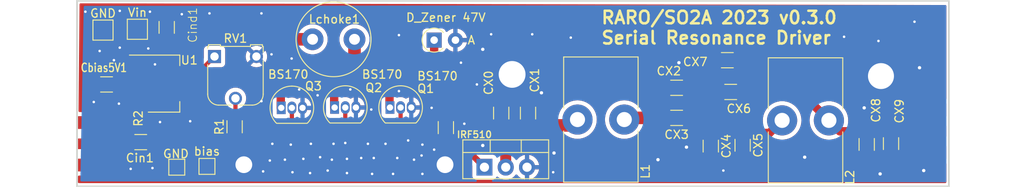
<source format=kicad_pcb>
(kicad_pcb (version 20221018) (generator pcbnew)
  (layers (0 "F.Cu" signal) (31 "B.Cu" signal) (34 "B.Paste" user) (35 "F.Paste" user) (36 "B.SilkS" user "B.Silkscreen") (37 "F.SilkS" user "F.Silkscreen") (38 "B.Mask" user) (39 "F.Mask" user) (44 "Edge.Cuts" user))
  (net 0 "")
  (net 1 "GND")
  (net 2 "Net-(Q1-G)")
  (net 3 "Net-(U1-VO)")
  (net 4 "/LpfInternal1")
  (net 5 "/Output")
  (net 6 "/rfIn")
  (net 7 "/choke_vin")
  (net 8 "/afterL1BeforeLpf")
  (net 9 "Net-(D1-K)")
  (net 10 "Net-(R1-Pad2)")
  (net 11 "Net-(Q4-G)")
  (footprint "Inductor_THT:L_Toroid_Vertical_L14.7mm_W8.6mm_P5.58mm_Pulse_KM-1" (layer "F.Cu") (at 139.41 57.7 90)
    (fp_text reference "L2" (at -6.8 8.09 90) (layer "F.SilkS"))
    (fp_text value "L" hide)
    (fp_line (start -7.485 -1.65) (end -7.485 7.23) (stroke (width 0.12)) (layer "F.SilkS"))
    (fp_line (start -7.485 -1.65) (end -1.365 -1.65) (stroke (width 0.12)) (layer "F.SilkS"))
    (fp_line (start -7.485 7.23) (end -1.365 7.23) (stroke (width 0.12)) (layer "F.SilkS"))
    (fp_line (start 1.365 -1.65) (end 7.485 -1.65) (stroke (width 0.12)) (layer "F.SilkS"))
    (fp_line (start 1.365 7.23) (end 7.485 7.23) (stroke (width 0.12)) (layer "F.SilkS"))
    (fp_line (start 7.485 -1.65) (end 7.485 7.23) (stroke (width 0.12)) (layer "F.SilkS"))
    (pad "1" thru_hole circle (at 0 0 90) (size 3.6 3.6) (drill 1.8) (layers "*.Cu" "*.Mask") (net 4 "/LpfInternal1"))
    (pad "2" thru_hole circle (at 0 5.58 90) (size 3.6 3.6) (drill 1.8) (layers "*.Cu" "*.Mask") (net 5 "/Output"))
  )
  (footprint "Capacitor_SMD:C_1206_3216Metric" (layer "F.Cu") (at 109.1 56.825 90)
    (fp_text reference "CX1" (at 3.925 0.8 90) (layer "F.SilkS"))
    (fp_text value "C" hide)
    (fp_line (start -0.711252 -0.91) (end 0.711252 -0.91) (stroke (width 0.12)) (layer "F.SilkS"))
    (fp_line (start -0.711252 0.91) (end 0.711252 0.91) (stroke (width 0.12)) (layer "F.SilkS"))
    (pad "1" smd roundrect (at -1.475 0 90) (size 1.15 1.8) (layers "F.Cu" "F.Paste" "F.Mask") (roundrect_rratio 0.2173913043) (net 9 "Net-(D1-K)"))
    (pad "2" smd roundrect (at 1.475 0 90) (size 1.15 1.8) (layers "F.Cu" "F.Paste" "F.Mask") (roundrect_rratio 0.2173913043) (net 1 "GND"))
  )
  (footprint "Capacitor_SMD:C_1206_3216Metric" (layer "F.Cu") (at 62.9 60.3)
    (fp_text reference "Cin1" (at -0.1 1.9) (layer "F.SilkS"))
    (fp_text value "C")
    (fp_line (start -0.711252 -0.91) (end 0.711252 -0.91) (stroke (width 0.12)) (layer "F.SilkS"))
    (fp_line (start -0.711252 0.91) (end 0.711252 0.91) (stroke (width 0.12)) (layer "F.SilkS"))
    (pad "1" smd roundrect (at -1.475 0) (size 1.15 1.8) (layers "F.Cu" "F.Paste" "F.Mask") (roundrect_rratio 0.2173913043) (net 6 "/rfIn"))
    (pad "2" smd roundrect (at 1.475 0) (size 1.15 1.8) (layers "F.Cu" "F.Paste" "F.Mask") (roundrect_rratio 0.2173913043) (net 2 "Net-(Q1-G)"))
  )
  (footprint "Capacitor_SMD:C_1206_3216Metric" (layer "F.Cu") (at 58.825 53.4)
    (fp_text reference "Cbias5V1" (at -0.325 -2) (layer "F.SilkS") (effects (font (size 1 0.8))))
    (fp_text value "C")
    (fp_line (start -0.711252 -0.91) (end 0.711252 -0.91) (stroke (width 0.12)) (layer "F.SilkS"))
    (fp_line (start -0.711252 0.91) (end 0.711252 0.91) (stroke (width 0.12)) (layer "F.SilkS"))
    (pad "1" smd roundrect (at -1.475 0) (size 1.15 1.8) (layers "F.Cu" "F.Paste" "F.Mask") (roundrect_rratio 0.2173913043) (net 1 "GND"))
    (pad "2" smd roundrect (at 1.475 0) (size 1.15 1.8) (layers "F.Cu" "F.Paste" "F.Mask") (roundrect_rratio 0.2173913043) (net 3 "Net-(U1-VO)"))
  )
  (footprint "TestPoint:TestPoint_Pad_1.5x1.5mm" (layer "F.Cu") (at 67.2 63.3)
    (fp_text reference "GND" (at -0.1 -1.6) (layer "F.SilkS"))
    (fp_text value "TestPoint_Pad_1.5x1.5mm" hide)
    (fp_line (start -0.95 -0.95) (end 0.95 -0.95) (stroke (width 0.12)) (layer "F.SilkS"))
    (fp_line (start -0.95 0.95) (end -0.95 -0.95) (stroke (width 0.12)) (layer "F.SilkS"))
    (fp_line (start 0.95 -0.95) (end 0.95 0.95) (stroke (width 0.12)) (layer "F.SilkS"))
    (fp_line (start 0.95 0.95) (end -0.95 0.95) (stroke (width 0.12)) (layer "F.SilkS"))
    (pad "1" smd rect (at 0 0) (size 1.5 1.5) (layers "F.Cu" "F.Mask") (net 1 "GND"))
  )
  (footprint "Package_TO_SOT_THT:TO-220-3_Vertical" (layer "F.Cu") (at 103.9 63.3)
    (fp_text reference "IRF510" (at -1.2 -3.9) (layer "F.SilkS") (effects (font (size 0.8 0.8))))
    (fp_text value "IRF540N" hide)
    (fp_line (start -2.58 -3.27) (end -2.58 1.371) (stroke (width 0.12)) (layer "F.SilkS"))
    (fp_line (start -2.58 -3.27) (end 7.66 -3.27) (stroke (width 0.12)) (layer "F.SilkS"))
    (fp_line (start -2.58 -1.76) (end 7.66 -1.76) (stroke (width 0.12)) (layer "F.SilkS"))
    (fp_line (start -2.58 1.371) (end 7.66 1.371) (stroke (width 0.12)) (layer "F.SilkS"))
    (fp_line (start 0.69 -3.27) (end 0.69 -1.76) (stroke (width 0.12)) (layer "F.SilkS"))
    (fp_line (start 4.391 -3.27) (end 4.391 -1.76) (stroke (width 0.12)) (layer "F.SilkS"))
    (fp_line (start 7.66 -3.27) (end 7.66 1.371) (stroke (width 0.12)) (layer "F.SilkS"))
    (pad "1" thru_hole rect (at 0 0) (size 1.905 2) (drill 1.1) (layers "*.Cu" "*.Mask") (net 11 "Net-(Q4-G)"))
    (pad "2" thru_hole oval (at 2.54 0) (size 1.905 2) (drill 1.1) (layers "*.Cu" "*.Mask") (net 9 "Net-(D1-K)"))
    (pad "3" thru_hole oval (at 5.08 0) (size 1.905 2) (drill 1.1) (layers "*.Cu" "*.Mask") (net 1 "GND"))
  )
  (footprint "Capacitor_SMD:C_1206_3216Metric" (layer "F.Cu") (at 105.9 56.825 90)
    (fp_text reference "CX0" (at 3.625 -1.5 90) (layer "F.SilkS"))
    (fp_text value "C" hide)
    (fp_line (start -0.711252 -0.91) (end 0.711252 -0.91) (stroke (width 0.12)) (layer "F.SilkS"))
    (fp_line (start -0.711252 0.91) (end 0.711252 0.91) (stroke (width 0.12)) (layer "F.SilkS"))
    (pad "1" smd roundrect (at -1.475 0 90) (size 1.15 1.8) (layers "F.Cu" "F.Paste" "F.Mask") (roundrect_rratio 0.2173913043) (net 9 "Net-(D1-K)"))
    (pad "2" smd roundrect (at 1.475 0 90) (size 1.15 1.8) (layers "F.Cu" "F.Paste" "F.Mask") (roundrect_rratio 0.2173913043) (net 1 "GND"))
  )
  (footprint "Capacitor_SMD:C_1206_3216Metric" (layer "F.Cu") (at 152.4 60.475 -90)
    (fp_text reference "CX8" (at -3.975 1.8 90) (layer "F.SilkS"))
    (fp_text value "C" hide)
    (fp_line (start -0.711252 -0.91) (end 0.711252 -0.91) (stroke (width 0.12)) (layer "F.SilkS"))
    (fp_line (start -0.711252 0.91) (end 0.711252 0.91) (stroke (width 0.12)) (layer "F.SilkS"))
    (pad "1" smd roundrect (at -1.475 0 270) (size 1.15 1.8) (layers "F.Cu" "F.Paste" "F.Mask") (roundrect_rratio 0.2173913043) (net 5 "/Output"))
    (pad "2" smd roundrect (at 1.475 0 270) (size 1.15 1.8) (layers "F.Cu" "F.Paste" "F.Mask") (roundrect_rratio 0.2173913043) (net 1 "GND"))
  )
  (footprint "Capacitor_SMD:C_1206_3216Metric" (layer "F.Cu") (at 149.5 60.575 -90)
    (fp_text reference "CX9" (at -3.975 -3.9 90) (layer "F.SilkS"))
    (fp_text value "C" hide)
    (fp_line (start -0.711252 -0.91) (end 0.711252 -0.91) (stroke (width 0.12)) (layer "F.SilkS"))
    (fp_line (start -0.711252 0.91) (end 0.711252 0.91) (stroke (width 0.12)) (layer "F.SilkS"))
    (pad "1" smd roundrect (at -1.475 0 270) (size 1.15 1.8) (layers "F.Cu" "F.Paste" "F.Mask") (roundrect_rratio 0.2173913043) (net 5 "/Output"))
    (pad "2" smd roundrect (at 1.475 0 270) (size 1.15 1.8) (layers "F.Cu" "F.Paste" "F.Mask") (roundrect_rratio 0.2173913043) (net 1 "GND"))
  )
  (footprint "Inductor_THT:L_Toroid_Vertical_L14.7mm_W8.6mm_P5.58mm_Pulse_KM-1" (layer "F.Cu") (at 115 57.6 90)
    (fp_text reference "L1" (at -6.2 8.1 90) (layer "F.SilkS"))
    (fp_text value "L")
    (fp_line (start -7.485 -1.65) (end -7.485 7.23) (stroke (width 0.12)) (layer "F.SilkS"))
    (fp_line (start -7.485 -1.65) (end -1.365 -1.65) (stroke (width 0.12)) (layer "F.SilkS"))
    (fp_line (start -7.485 7.23) (end -1.365 7.23) (stroke (width 0.12)) (layer "F.SilkS"))
    (fp_line (start 1.365 -1.65) (end 7.485 -1.65) (stroke (width 0.12)) (layer "F.SilkS"))
    (fp_line (start 1.365 7.23) (end 7.485 7.23) (stroke (width 0.12)) (layer "F.SilkS"))
    (fp_line (start 7.485 -1.65) (end 7.485 7.23) (stroke (width 0.12)) (layer "F.SilkS"))
    (pad "1" thru_hole circle (at 0 0 90) (size 3.6 3.6) (drill 1.8) (layers "*.Cu" "*.Mask") (net 9 "Net-(D1-K)"))
    (pad "2" thru_hole circle (at 0 5.58 90) (size 3.6 3.6) (drill 1.8) (layers "*.Cu" "*.Mask") (net 8 "/afterL1BeforeLpf"))
  )
  (footprint "Resistor_SMD:R_1206_3216Metric" (layer "F.Cu") (at 99.3 58.5625 -90)
    (fp_text reference "R2" (at -1.1 36.68 90) (layer "F.SilkS"))
    (fp_text value "R")
    (fp_line (start -0.727064 -0.91) (end 0.727064 -0.91) (stroke (width 0.12)) (layer "F.SilkS"))
    (fp_line (start -0.727064 0.91) (end 0.727064 0.91) (stroke (width 0.12)) (layer "F.SilkS"))
    (pad "1" smd roundrect (at -1.4625 0 270) (size 1.125 1.75) (layers "F.Cu" "F.Paste" "F.Mask") (roundrect_rratio 0.2222222222) (net 2 "Net-(Q1-G)"))
    (pad "2" smd roundrect (at 1.4625 0 270) (size 1.125 1.75) (layers "F.Cu" "F.Paste" "F.Mask") (roundrect_rratio 0.2222222222) (net 11 "Net-(Q4-G)"))
  )
  (footprint "Capacitor_SMD:C_1206_3216Metric" (layer "F.Cu") (at 130.9 60.775 -90)
    (fp_text reference "CX4" (at 0 -1.85 90) (layer "F.SilkS"))
    (fp_text value "C" hide)
    (fp_line (start -0.711252 -0.91) (end 0.711252 -0.91) (stroke (width 0.12)) (layer "F.SilkS"))
    (fp_line (start -0.711252 0.91) (end 0.711252 0.91) (stroke (width 0.12)) (layer "F.SilkS"))
    (pad "1" smd roundrect (at -1.475 0 270) (size 1.15 1.8) (layers "F.Cu" "F.Paste" "F.Mask") (roundrect_rratio 0.2173913043) (net 4 "/LpfInternal1"))
    (pad "2" smd roundrect (at 1.475 0 270) (size 1.15 1.8) (layers "F.Cu" "F.Paste" "F.Mask") (roundrect_rratio 0.2173913043) (net 1 "GND"))
  )
  (footprint "Package_TO_SOT_THT:TO-92_Inline" (layer "F.Cu") (at 92.63 56.16)
    (fp_text reference "Q1" (at 4.27 -2.26) (layer "F.SilkS"))
    (fp_text value "BS170" (at 5.67 -3.76) (layer "F.SilkS"))
    (fp_line (start -0.53 1.85) (end 3.07 1.85) (stroke (width 0.12)) (layer "F.SilkS"))
    (fp_arc (start -0.568478 1.838478) (mid -1.132087 -0.994977) (end 1.27 -2.6) (stroke (width 0.12)) (layer "F.SilkS"))
    (fp_arc (start 1.27 -2.6) (mid 3.672087 -0.994977) (end 3.108478 1.838478) (stroke (width 0.12)) (layer "F.SilkS"))
    (pad "1" thru_hole rect (at 0 0) (size 1.05 1.5) (drill 0.75) (layers "*.Cu" "*.Mask") (net 9 "Net-(D1-K)"))
    (pad "2" thru_hole oval (at 1.27 0) (size 1.05 1.5) (drill 0.75) (layers "*.Cu" "*.Mask") (net 2 "Net-(Q1-G)"))
    (pad "3" thru_hole oval (at 2.54 0) (size 1.05 1.5) (drill 0.75) (layers "*.Cu" "*.Mask") (net 1 "GND"))
  )
  (footprint "Capacitor_SMD:C_1206_3216Metric" (layer "F.Cu") (at 134.7 60.675 -90)
    (fp_text reference "CX5" (at 0 -1.85 90) (layer "F.SilkS"))
    (fp_text value "C" hide)
    (fp_line (start -0.711252 -0.91) (end 0.711252 -0.91) (stroke (width 0.12)) (layer "F.SilkS"))
    (fp_line (start -0.711252 0.91) (end 0.711252 0.91) (stroke (width 0.12)) (layer "F.SilkS"))
    (pad "1" smd roundrect (at -1.475 0 270) (size 1.15 1.8) (layers "F.Cu" "F.Paste" "F.Mask") (roundrect_rratio 0.2173913043) (net 4 "/LpfInternal1"))
    (pad "2" smd roundrect (at 1.475 0 270) (size 1.15 1.8) (layers "F.Cu" "F.Paste" "F.Mask") (roundrect_rratio 0.2173913043) (net 1 "GND"))
  )
  (footprint "Resistor_SMD:R_1206_3216Metric" (layer "F.Cu") (at 74.1 58.4625 90)
    (fp_text reference "R1" (at 0 -1.82 90) (layer "F.SilkS"))
    (fp_text value "R")
    (fp_line (start -0.727064 -0.91) (end 0.727064 -0.91) (stroke (width 0.12)) (layer "F.SilkS"))
    (fp_line (start -0.727064 0.91) (end 0.727064 0.91) (stroke (width 0.12)) (layer "F.SilkS"))
    (pad "1" smd roundrect (at -1.4625 0 90) (size 1.125 1.75) (layers "F.Cu" "F.Paste" "F.Mask") (roundrect_rratio 0.2222222222) (net 2 "Net-(Q1-G)"))
    (pad "2" smd roundrect (at 1.4625 0 90) (size 1.125 1.75) (layers "F.Cu" "F.Paste" "F.Mask") (roundrect_rratio 0.2222222222) (net 10 "Net-(R1-Pad2)"))
  )
  (footprint "Capacitor_SMD:C_1206_3216Metric" (layer "F.Cu") (at 133.275 54.3 180)
    (fp_text reference "CX6" (at -0.975 -2) (layer "F.SilkS"))
    (fp_text value "C" hide)
    (fp_line (start -0.711252 -0.91) (end 0.711252 -0.91) (stroke (width 0.12)) (layer "F.SilkS"))
    (fp_line (start -0.711252 0.91) (end 0.711252 0.91) (stroke (width 0.12)) (layer "F.SilkS"))
    (pad "1" smd roundrect (at -1.475 0 180) (size 1.15 1.8) (layers "F.Cu" "F.Paste" "F.Mask") (roundrect_rratio 0.2173913043) (net 5 "/Output"))
    (pad "2" smd roundrect (at 1.475 0 180) (size 1.15 1.8) (layers "F.Cu" "F.Paste" "F.Mask") (roundrect_rratio 0.2173913043) (net 4 "/LpfInternal1"))
  )
  (footprint "LocalGlobal:SMA_EDGELAUNCH_Modded" (layer "F.Cu") (at 55.42255 60.5)
    (fp_text reference "SMA1" hide)
    (fp_text value "SMA")
    (pad "1" smd rect (at 2.032 0 90) (size 1.27 4.064) (layers "F.Cu" "F.Mask") (net 6 "/rfIn"))
    (pad "2" smd rect (at 2.032 -2.54 90) (size 1.524 4.064) (layers "F.Cu" "F.Mask") (net 1 "GND"))
    (pad "2" smd rect (at 2.032 2.54 90) (size 1.524 4.064) (layers "F.Cu" "F.Mask") (net 1 "GND"))
  )
  (footprint "Capacitor_SMD:C_1206_3216Metric" (layer "F.Cu") (at 132.875 50.5 180)
    (fp_text reference "CX7" (at 3.825 -0.2) (layer "F.SilkS"))
    (fp_text value "C" hide)
    (fp_line (start -0.711252 -0.91) (end 0.711252 -0.91) (stroke (width 0.12)) (layer "F.SilkS"))
    (fp_line (start -0.711252 0.91) (end 0.711252 0.91) (stroke (width 0.12)) (layer "F.SilkS"))
    (pad "1" smd roundrect (at -1.475 0 180) (size 1.15 1.8) (layers "F.Cu" "F.Paste" "F.Mask") (roundrect_rratio 0.2173913043) (net 5 "/Output"))
    (pad "2" smd roundrect (at 1.475 0 180) (size 1.15 1.8) (layers "F.Cu" "F.Paste" "F.Mask") (roundrect_rratio 0.2173913043) (net 4 "/LpfInternal1"))
  )
  (footprint "Diode_THT:D_A-405_P2.54mm_Vertical_AnodeUp" (layer "F.Cu") (at 97.9 48.1)
    (fp_text reference "D1" hide)
    (fp_text value "D_Zener 47V" (at 1.4 -2.7) (layer "F.SilkS"))
    (fp_text user "A" (at 4.44 0) (layer "F.SilkS"))
    (fp_arc (start 1.05385 0.968866) (mid -1.430816 -0.045469) (end 1.113239 -0.9) (stroke (width 0.12)) (layer "F.SilkS"))
    (pad "1" thru_hole rect (at 0 0) (size 1.8 1.8) (drill 0.9) (layers "*.Cu" "*.Mask") (net 9 "Net-(D1-K)"))
    (pad "2" thru_hole oval (at 2.54 0) (size 1.8 1.8) (drill 0.9) (layers "*.Cu" "*.Mask") (net 1 "GND"))
  )
  (footprint "Capacitor_SMD:C_1206_3216Metric" (layer "F.Cu") (at 126.825 57.4)
    (fp_text reference "CX3" (at 0 2) (layer "F.SilkS"))
    (fp_text value "C" hide)
    (fp_line (start -0.711252 -0.91) (end 0.711252 -0.91) (stroke (width 0.12)) (layer "F.SilkS"))
    (fp_line (start -0.711252 0.91) (end 0.711252 0.91) (stroke (width 0.12)) (layer "F.SilkS"))
    (pad "1" smd roundrect (at -1.475 0) (size 1.15 1.8) (layers "F.Cu" "F.Paste" "F.Mask") (roundrect_rratio 0.2173913043) (net 8 "/afterL1BeforeLpf"))
    (pad "2" smd roundrect (at 1.475 0) (size 1.15 1.8) (layers "F.Cu" "F.Paste" "F.Mask") (roundrect_rratio 0.2173913043) (net 4 "/LpfInternal1"))
  )
  (footprint "Capacitor_SMD:C_1206_3216Metric" (layer "F.Cu") (at 126.825 53.8 180)
    (fp_text reference "CX2" (at 0.925 2) (layer "F.SilkS"))
    (fp_text value "C" hide)
    (fp_line (start -0.711252 -0.91) (end 0.711252 -0.91) (stroke (width 0.12)) (layer "F.SilkS"))
    (fp_line (start -0.711252 0.91) (end 0.711252 0.91) (stroke (width 0.12)) (layer "F.SilkS"))
    (pad "1" smd roundrect (at -1.475 0 180) (size 1.15 1.8) (layers "F.Cu" "F.Paste" "F.Mask") (roundrect_rratio 0.2173913043) (net 4 "/LpfInternal1"))
    (pad "2" smd roundrect (at 1.475 0 180) (size 1.15 1.8) (layers "F.Cu" "F.Paste" "F.Mask") (roundrect_rratio 0.2173913043) (net 8 "/afterL1BeforeLpf"))
  )
  (footprint "Inductor_THT:L_Radial_D8.7mm_P5.00mm_Fastron_07HCP" (layer "F.Cu") (at 83.4 48)
    (fp_text reference "Lchoke1" (at 2.6 -2.4) (layer "F.SilkS"))
    (fp_text value "L")
    (fp_circle (center 2.5 0) (end 6.97 0) (stroke (width 0.12)) (fill none) (layer "F.SilkS"))
    (pad "1" thru_hole circle (at 0 0) (size 2.6 2.6) (drill 1.3) (layers "*.Cu" "*.Mask") (net 7 "/choke_vin"))
    (pad "2" thru_hole circle (at 5 0) (size 2.6 2.6) (drill 1.3) (layers "*.Cu" "*.Mask") (net 9 "Net-(D1-K)"))
  )
  (footprint "Potentiometer_THT:Potentiometer_Runtron_RM-065_Vertical" (layer "F.Cu") (at 71.7 50.06)
    (fp_text reference "RV1" (at 2.5 -2.16) (layer "F.SilkS"))
    (fp_text value "R_Potentiometer" hide)
    (fp_line (start -0.81 -1.21) (end -0.81 -0.96) (stroke (width 0.12)) (layer "F.SilkS"))
    (fp_line (start -0.81 4.5) (end -0.81 0.96) (stroke (width 0.12)) (layer "F.SilkS"))
    (fp_line (start -0.71 -1.41) (end -0.71 -1.21) (stroke (width 0.12)) (layer "F.SilkS"))
    (fp_line (start -0.71 -1.41) (end 0.71 -1.41) (stroke (width 0.12)) (layer "F.SilkS"))
    (fp_line (start -0.71 -1.21) (end -0.81 -1.21) (stroke (width 0.12)) (layer "F.SilkS"))
    (fp_line (start 0.71 -1.21) (end 0.71 -1.41) (stroke (width 0.12)) (layer "F.SilkS"))
    (fp_line (start 0.71 -1.21) (end 4.29 -1.21) (stroke (width 0.12)) (layer "F.SilkS"))
    (fp_line (start 1.99 5.81) (end 0.5 5.81) (stroke (width 0.12)) (layer "F.SilkS"))
    (fp_line (start 4.29 -1.41) (end 5.71 -1.41) (stroke (width 0.12)) (layer "F.SilkS"))
    (fp_line (start 4.29 -1.21) (end 4.29 -1.41) (stroke (width 0.12)) (layer "F.SilkS"))
    (fp_line (start 4.5 5.81) (end 3.01 5.81) (stroke (width 0.12)) (layer "F.SilkS"))
    (fp_line (start 5.71 -1.41) (end 5.71 -1.21) (stroke (width 0.12)) (layer "F.SilkS"))
    (fp_line (start 5.71 -1.21) (end 5.81 -1.21) (stroke (width 0.12)) (layer "F.SilkS"))
    (fp_line (start 5.81 -1.21) (end 5.81 -0.52) (stroke (width 0.12)) (layer "F.SilkS"))
    (fp_line (start 5.81 0.52) (end 5.81 4.5) (stroke (width 0.12)) (layer "F.SilkS"))
    (fp_arc (start 0.5 5.81) (mid -0.42631 5.42631) (end -0.81 4.5) (stroke (width 0.12)) (layer "F.SilkS"))
    (fp_arc (start 5.81 4.5) (mid 5.42631 5.42631) (end 4.5 5.81) (stroke (width 0.12)) (layer "F.SilkS"))
    (pad "1" thru_hole rect (at 0 0) (size 1.56 1.56) (drill 1) (layers "*.Cu" "*.Mask") (net 3 "Net-(U1-VO)"))
    (pad "2" thru_hole circle (at 2.5 5) (size 1.56 1.56) (drill 1) (layers "*.Cu" "*.Mask") (net 10 "Net-(R1-Pad2)"))
    (pad "3" thru_hole circle (at 5 0) (size 1.56 1.56) (drill 1) (layers "*.Cu" "*.Mask") (net 1 "GND"))
  )
  (footprint "TestPoint:TestPoint_Pad_2.0x2.0mm" (layer "F.Cu") (at 58.4 46.9)
    (fp_text reference "GND" (at 0 -1.998) (layer "F.SilkS"))
    (fp_text value "TestPoint_Pad_2.0x2.0mm" hide)
    (fp_line (start -1.2 -1.2) (end 1.2 -1.2) (stroke (width 0.12)) (layer "F.SilkS"))
    (fp_line (start -1.2 1.2) (end -1.2 -1.2) (stroke (width 0.12)) (layer "F.SilkS"))
    (fp_line (start 1.2 -1.2) (end 1.2 1.2) (stroke (width 0.12)) (layer "F.SilkS"))
    (fp_line (start 1.2 1.2) (end -1.2 1.2) (stroke (width 0.12)) (layer "F.SilkS"))
    (pad "1" smd rect (at 0 0) (size 2 2) (layers "F.Cu" "F.Mask") (net 1 "GND"))
  )
  (footprint "Package_TO_SOT_THT:TO-92_Inline" (layer "F.Cu") (at 86.03 56.16)
    (fp_text reference "Q2" (at 4.67 -2.36) (layer "F.SilkS"))
    (fp_text value "BS170" (at 5.67 -3.96) (layer "F.SilkS"))
    (fp_line (start -0.53 1.85) (end 3.07 1.85) (stroke (width 0.12)) (layer "F.SilkS"))
    (fp_arc (start -0.568478 1.838478) (mid -1.132087 -0.994977) (end 1.27 -2.6) (stroke (width 0.12)) (layer "F.SilkS"))
    (fp_arc (start 1.27 -2.6) (mid 3.672087 -0.994977) (end 3.108478 1.838478) (stroke (width 0.12)) (layer "F.SilkS"))
    (pad "1" thru_hole rect (at 0 0) (size 1.05 1.5) (drill 0.75) (layers "*.Cu" "*.Mask") (net 9 "Net-(D1-K)"))
    (pad "2" thru_hole oval (at 1.27 0) (size 1.05 1.5) (drill 0.75) (layers "*.Cu" "*.Mask") (net 2 "Net-(Q1-G)"))
    (pad "3" thru_hole oval (at 2.54 0) (size 1.05 1.5) (drill 0.75) (layers "*.Cu" "*.Mask") (net 1 "GND"))
  )
  (footprint "Package_TO_SOT_THT:TO-92_Inline" (layer "F.Cu") (at 79.66 56.2)
    (fp_text reference "Q3" (at 3.84 -2.6) (layer "F.SilkS"))
    (fp_text value "BS170" (at 0.84 -4) (layer "F.SilkS"))
    (fp_line (start -0.53 1.85) (end 3.07 1.85) (stroke (width 0.12)) (layer "F.SilkS"))
    (fp_arc (start -0.568478 1.838478) (mid -1.132087 -0.994977) (end 1.27 -2.6) (stroke (width 0.12)) (layer "F.SilkS"))
    (fp_arc (start 1.27 -2.6) (mid 3.672087 -0.994977) (end 3.108478 1.838478) (stroke (width 0.12)) (layer "F.SilkS"))
    (pad "1" thru_hole rect (at 0 0) (size 1.05 1.5) (drill 0.75) (layers "*.Cu" "*.Mask") (net 9 "Net-(D1-K)"))
    (pad "2" thru_hole oval (at 1.27 0) (size 1.05 1.5) (drill 0.75) (layers "*.Cu" "*.Mask") (net 2 "Net-(Q1-G)"))
    (pad "3" thru_hole oval (at 2.54 0) (size 1.05 1.5) (drill 0.75) (layers "*.Cu" "*.Mask") (net 1 "GND"))
  )
  (footprint "LocalGlobal:SMA_EDGELAUNCH_Modded" (layer "F.Cu") (at 158.97745 59 180)
    (fp_text reference "SMA1" hide)
    (fp_text value "SMA")
    (pad "1" smd rect (at 2.032 0 270) (size 1.27 4.064) (layers "F.Cu" "F.Mask") (net 5 "/Output"))
    (pad "2" smd rect (at 2.032 -2.54 270) (size 1.524 4.064) (layers "F.Cu" "F.Mask") (net 1 "GND"))
    (pad "2" smd rect (at 2.032 2.54 270) (size 1.524 4.064) (layers "F.Cu" "F.Mask") (net 1 "GND"))
  )
  (footprint "TestPoint:TestPoint_Pad_1.5x1.5mm" (layer "F.Cu") (at 70.8 63.2)
    (fp_text reference "bias" (at 0 -1.8) (layer "F.SilkS"))
    (fp_text value "TestPoint_Pad_1.5x1.5mm" hide)
    (fp_line (start -0.95 -0.95) (end 0.95 -0.95) (stroke (width 0.12)) (layer "F.SilkS"))
    (fp_line (start -0.95 0.95) (end -0.95 -0.95) (stroke (width 0.12)) (layer "F.SilkS"))
    (fp_line (start 0.95 -0.95) (end 0.95 0.95) (stroke (width 0.12)) (layer "F.SilkS"))
    (fp_line (start 0.95 0.95) (end -0.95 0.95) (stroke (width 0.12)) (layer "F.SilkS"))
    (pad "1" smd rect (at 0 0) (size 1.5 1.5) (layers "F.Cu" "F.Mask") (net 2 "Net-(Q1-G)"))
  )
  (footprint "TestPoint:TestPoint_Pad_2.0x2.0mm" (layer "F.Cu") (at 62.5 46.8)
    (fp_text reference "Vin" (at 0 -1.998) (layer "F.SilkS"))
    (fp_text value "TestPoint_Pad_2.0x2.0mm" hide)
    (fp_line (start -1.2 -1.2) (end 1.2 -1.2) (stroke (width 0.12)) (layer "F.SilkS"))
    (fp_line (start -1.2 1.2) (end -1.2 -1.2) (stroke (width 0.12)) (layer "F.SilkS"))
    (fp_line (start 1.2 -1.2) (end 1.2 1.2) (stroke (width 0.12)) (layer "F.SilkS"))
    (fp_line (start 1.2 1.2) (end -1.2 1.2) (stroke (width 0.12)) (layer "F.SilkS"))
    (pad "1" smd rect (at 0 0) (size 2 2) (layers "F.Cu" "F.Mask") (net 7 "/choke_vin"))
  )
  (footprint "Capacitor_SMD:C_1206_3216Metric" (layer "F.Cu") (at 66 46.575 90)
    (fp_text reference "Cind1" (at 0.275 3.1 270) (layer "F.SilkS") (effects (font (thickness 0.1))))
    (fp_text value "C")
    (fp_line (start -0.711252 -0.91) (end 0.711252 -0.91) (stroke (width 0.12)) (layer "F.SilkS"))
    (fp_line (start -0.711252 0.91) (end 0.711252 0.91) (stroke (width 0.12)) (layer "F.SilkS"))
    (pad "1" smd roundrect (at -1.475 0 90) (size 1.15 1.8) (layers "F.Cu" "F.Paste" "F.Mask") (roundrect_rratio 0.2173913043) (net 7 "/choke_vin"))
    (pad "2" smd roundrect (at 1.475 0 90) (size 1.15 1.8) (layers "F.Cu" "F.Paste" "F.Mask") (roundrect_rratio 0.2173913043) (net 1 "GND"))
  )
  (footprint "Package_TO_SOT_SMD:SOT-223-3_TabPin2" (layer "F.Cu") (at 65.65 53.3)
    (fp_text reference "U1" (at 3.05 -2.8) (layer "F.SilkS"))
    (fp_text value "LM1117MP-5.0" hide)
    (fp_line (start -4.1 -3.41) (end 1.91 -3.41) (stroke (width 0.12)) (layer "F.SilkS"))
    (fp_line (start -1.85 3.41) (end 1.91 3.41) (stroke (width 0.12)) (layer "F.SilkS"))
    (fp_line (start 1.91 -3.41) (end 1.91 -2.15) (stroke (width 0.12)) (layer "F.SilkS"))
    (fp_line (start 1.91 3.41) (end 1.91 2.15) (stroke (width 0.12)) (layer "F.SilkS"))
    (pad "1" smd rect (at -3.15 -2.3) (size 2 1.5) (layers "F.Cu" "F.Paste" "F.Mask") (net 1 "GND"))
    (pad "2" smd rect (at -3.15 0) (size 2 1.5) (layers "F.Cu" "F.Paste" "F.Mask") (net 3 "Net-(U1-VO)"))
    (pad "2" smd rect (at 3.15 0) (size 2 3.8) (layers "F.Cu" "F.Paste" "F.Mask") (net 3 "Net-(U1-VO)"))
    (pad "3" smd rect (at -3.15 2.3) (size 2 1.5) (layers "F.Cu" "F.Paste" "F.Mask") (net 7 "/choke_vin"))
  )
  (gr_rect (start 55.3 43.4) (end 159.3 65.6) (stroke (width 0.2)) (fill none) (layer "Edge.Cuts"))
  (gr_text "RARO/SO2A 2023 v0.3.0\nSerial Resonance Driver" (at 117.7 48.7) (layer "F.SilkS") (effects (font (size 1.5 1.5) (thickness 0.3) bold) (justify left bottom)))
  (via (at 77.3 44.9) (size 0.4) (drill 0.3) (layers "F.Cu" "B.Cu") (net 1))
  (via (at 58 49.4) (size 0.4) (drill 0.3) (layers "F.Cu" "B.Cu") (net 1))
  (via (at 156.3 63.7) (size 0.8) (drill 0.4) (layers "F.Cu" "B.Cu") (net 1))
  (via (at 80.8 60.6) (size 0.4) (drill 0.3) (layers "F.Cu" "B.Cu") (net 1))
  (via (at 82.3 62.3) (size 0.4) (drill 0.3) (layers "F.Cu" "B.Cu") (net 1))
  (via (at 90.5 64.1) (size 0.4) (drill 0.3) (layers "F.Cu" "B.Cu") (net 1))
  (via (at 132.4 63.7) (size 0.4) (drill 0.3) (layers "F.Cu" "B.Cu") (net 1))
  (via (at 103.7 49.2) (size 0.8) (drill 0.4) (layers "F.Cu" "B.Cu") (net 1))
  (via (at 64.3 63.4) (size 0.4) (drill 0.3) (layers "F.Cu" "B.Cu") (net 1))
  (via (at 149.2 56.2) (size 0.8) (drill 0.4) (layers "F.Cu" "B.Cu") (net 1))
  (via (at 64.6 51) (size 0.4) (drill 0.3) (layers "F.Cu" "B.Cu") (net 1))
  (via (at 80.1 62.4) (size 0.4) (drill 0.3) (layers "F.Cu" "B.Cu") (net 1))
  (via (at 78.6 60.5) (size 0.4) (drill 0.3) (layers "F.Cu" "B.Cu") (net 1))
  (via (at 80.9 50.3) (size 0.4) (drill 0.3) (layers "F.Cu" "B.Cu") (net 1))
  (via (at 101.5 58.1) (size 0.4) (drill 0.3) (layers "F.Cu" "B.Cu") (net 1))
  (via (at 93 64.1) (size 0.4) (drill 0.3) (layers "F.Cu" "B.Cu") (net 1))
  (via (at 85.2 63.7) (size 0.4) (drill 0.3) (layers "F.Cu" "B.Cu") (net 1))
  (via (at 90 60.5) (size 0.4) (drill 0.3) (layers "F.Cu" "B.Cu") (net 1))
  (via (at 96.4 61.9) (size 0.4) (drill 0.3) (layers "F.Cu" "B.Cu") (net 1))
  (via (at 97.9 61.2) (size 0.4) (drill 0.3) (layers "F.Cu" "B.Cu") (net 1))
  (via (at 56.3 44.7) (size 0.4) (drill 0.3) (layers "F.Cu" "B.Cu") (net 1))
  (via (at 81.8 54) (size 0.4) (drill 0.3) (layers "F.Cu" "B.Cu") (net 1))
  (via (at 104.7 47.4) (size 0.4) (drill 0.3) (layers "F.Cu" "B.Cu") (net 1))
  (via (at 68.8 57.8) (size 0.4) (drill 0.3) (layers "F.Cu" "B.Cu") (net 1))
  (via (at 112.1 63.9) (size 0.4) (drill 0.3) (layers "F.Cu" "B.Cu") (net 1))
  (via (at 96.5 64.1) (size 0.4) (drill 0.3) (layers "F.Cu" "B.Cu") (net 1))
  (via (at 94.8 60.1) (size 0.4) (drill 0.3) (layers "F.Cu" "B.Cu") (net 1))
  (via (at 155.8 51.4) (size 0.8) (drill 0.4) (layers "F.Cu" "B.Cu") (net 1))
  (via (at 75.2 63) (size 2.5) (drill 2) (layers "F.Cu" "B.Cu") (net 1))
  (via (at 103.7 60.7) (size 0.8) (drill 0.4) (layers "F.Cu" "B.Cu") (net 1))
  (via (at 81 63.9) (size 0.4) (drill 0.3) (layers "F.Cu" "B.Cu") (net 1))
  (via (at 112.2 61.6) (size 0.8) (drill 0.4) (layers "F.Cu" "B.Cu") (net 1))
  (via (at 77.3 55.4) (size 0.4) (drill 0.3) (layers "F.Cu" "B.Cu") (net 1))
  (via (at 87.5 64) (size 0.4) (drill 0.3) (layers "F.Cu" "B.Cu") (net 1))
  (via (at 90.7 62.2) (size 0.4) (drill 0.3) (layers "F.Cu" "B.Cu") (net 1))
  (via (at 103 53.4) (size 0.4) (drill 0.3) (layers "F.Cu" "B.Cu") (net 1))
  (via (at 96.5 60.6) (size 0.4) (drill 0.3) (layers "F.Cu" "B.Cu") (net 1))
  (via (at 83.2 60.5) (size 0.4) (drill 0.3) (layers "F.Cu" "B.Cu") (net 1))
  (via (at 95.5 62.4) (size 0.4) (drill 0.3) (layers "F.Cu" "B.Cu") (net 1))
  (via (at 155.2 45.9) (size 0.4) (drill 0.3) (layers "F.Cu" "B.Cu") (net 1))
  (via (at 63.8 49.1) (size 0.4) (drill 0.3) (layers "F.Cu" "B.Cu") (net 1))
  (via (at 93.7 54.2) (size 0.4) (drill 0.3) (layers "F.Cu" "B.Cu") (net 1))
  (via (at 71.1 44.9) (size 0.4) (drill 0.3) (layers "F.Cu" "B.Cu") (net 1))
  (via (at 61.7 63.5) (size 0.4) (drill 0.3) (layers "F.Cu" "B.Cu") (net 1))
  (via (at 84.3 62.1) (size 0.4) (drill 0.3) (layers "F.Cu" "B.Cu") (net 1))
  (via (at 110.7 54.4) (size 0.8) (drill 0.4) (layers "F.Cu" "B.Cu") (net 1))
  (via (at 57.3 55.5) (size 0.4) (drill 0.3) (layers "F.Cu" "B.Cu") (net 1))
  (via (at 109.6 47.4) (size 0.4) (drill 0.3) (layers "F.Cu" "B.Cu") (net 1))
  (via (at 101.1 50.8) (size 0.4) (drill 0.3) (layers "F.Cu" "B.Cu") (net 1))
  (via (at 128 60.9) (size 0.8) (drill 0.4) (layers "F.Cu" "B.Cu") (net 1))
  (via (at 151.1 64.1) (size 0.8) (drill 0.4) (layers "F.Cu" "B.Cu") (net 1))
  (via (at 59.7 50.5) (size 0.4) (drill 0.3) (layers "F.Cu" "B.Cu") (net 1))
  (via (at 83.1 64) (size 0.4) (drill 0.3) (layers "F.Cu" "B.Cu") (net 1))
  (via (at 87.5 62.3) (size 0.4) (drill 0.3) (layers "F.Cu" "B.Cu") (net 1))
  (via (at 84 54.7) (size 0.4) (drill 0.3) (layers "F.Cu" "B.Cu") (net 1))
  (via (at 97.6 56.2) (size 0.4) (drill 0.3) (layers "F.Cu" "B.Cu") (net 1))
  (via (at 114.2 47.8) (size 0.4) (drill 0.3) (layers "F.Cu" "B.Cu") (net 1))
  (via (at 146.8 47.7) (size 0.4) (drill 0.3) (layers "F.Cu" "B.Cu") (net 1))
  (via (at 124.6 62.4) (size 0.8) (drill 0.4) (layers "F.Cu" "B.Cu") (net 1))
  (via (at 65.2 57.9) (size 0.4) (drill 0.3) (layers "F.Cu" "B.Cu") (net 1))
  (via (at 90.4 56.4) (size 0.4) (drill 0.3) (layers "F.Cu" "B.Cu") (net 1))
  (via (at 99.2 63) (size 2.5) (drill 2) (layers "F.Cu" "B.Cu") (net 1))
  (via (at 60.3 55.7) (size 0.4) (drill 0.3) (layers "F.Cu" "B.Cu") (net 1))
  (via (at 89.2 62.2) (size 0.4) (drill 0.3) (layers "F.Cu" "B.Cu") (net 1))
  (via (at 64 44.7) (size 0.4) (drill 0.3) (layers "F.Cu" "B.Cu") (net 1))
  (via (at 92.1 60.5) (size 0.4) (drill 0.3) (layers "F.Cu" "B.Cu") (net 1))
  (via (at 87.3 60.4) (size 0.4) (drill 0.3) (layers "F.Cu" "B.Cu") (net 1))
  (via (at 77.5 63.8) (size 0.4) (drill 0.3) (layers "F.Cu" "B.Cu") (net 1))
  (via (at 85.7 62.4) (size 0.4) (drill 0.3) (layers "F.Cu" "B.Cu") (net 1))
  (via (at 60.4 44.6) (size 0.4) (drill 0.3) (layers "F.Cu" "B.Cu") (net 1))
  (via (at 93.7 47.5) (size 0.4) (drill 0.3) (layers "F.Cu" "B.Cu") (net 1))
  (via (at 78.5 49.8) (size 0.4) (drill 0.3) (layers "F.Cu" "B.Cu") (net 1))
  (via (at 85.9 60.5) (size 0.4) (drill 0.3) (layers "F.Cu" "B.Cu") (net 1))
  (via (at 93.5 62.2) (size 0.4) (drill 0.3) (layers "F.Cu" "B.Cu") (net 1))
  (via (at 78.3 62.5) (size 0.4) (drill 0.3) (layers "F.Cu" "B.Cu") (net 1))
  (via (at 67.8 45) (size 0.4) (drill 0.3) (layers "F.Cu" "B.Cu") (net 1))
  (via (at 107.2 52.2) (size 3.5) (drill 3.2) (layers "F.Cu" "B.Cu") (net 1))
  (via (at 60.4 49) (size 0.4) (drill 0.3) (layers "F.Cu" "B.Cu") (net 1))
  (via (at 127.1 50.8) (size 0.8) (drill 0.4) (layers "F.Cu" "B.Cu") (net 1))
  (via (at 87.9 54) (size 0.4) (drill 0.3) (layers "F.Cu" "B.Cu") (net 1))
  (via (at 142.1 62.1) (size 0.8) (drill 0.4) (layers "F.Cu" "B.Cu") (net 1))
  (via (at 151.2 52.4) (size 3.5) (drill 3.1) (layers "F.Cu" "B.Cu") (net 1))
  (via (at 150.9 48.2) (size 0.4) (drill 0.3) (layers "F.Cu" "B.Cu") (net 1))
  (segment (start 70.8 60.3) (end 74.6 60.3) (width 1) (layer "F.Cu") (net 2))
  (segment (start 80.93 58.03) (end 81.1 58.2) (width 0.5) (layer "F.Cu") (net 2))
  (segment (start 64.375 60.3) (end 70.8 60.3) (width 1) (layer "F.Cu") (net 2))
  (segment (start 80.93 56.2) (end 80.93 58.03) (width 0.5) (layer "F.Cu") (net 2))
  (segment (start 70.8 63.2) (end 70.8 60.3) (width 0.5) (layer "F.Cu") (net 2))
  (segment (start 93.9 56.16) (end 93.9 58.2) (width 0.5) (layer "F.Cu") (net 2))
  (segment (start 98.5 58.2) (end 99.6 57.1) (width 0.7) (layer "F.Cu") (net 2))
  (segment (start 93.9 58.2) (end 98.5 58.2) (width 0.75) (layer "F.Cu") (net 2))
  (segment (start 81.1 58.2) (end 87.2 58.2) (width 1) (layer "F.Cu") (net 2))
  (segment (start 87.3 58.1) (end 87.2 58.2) (width 0.5) (layer "F.Cu") (net 2))
  (segment (start 87.3 56.16) (end 87.3 58.1) (width 0.5) (layer "F.Cu") (net 2))
  (segment (start 76.7 58.2) (end 81.1 58.2) (width 1) (layer "F.Cu") (net 2))
  (segment (start 87.2 58.2) (end 93.9 58.2) (width 1) (layer "F.Cu") (net 2))
  (segment (start 74.6 60.3) (end 76.7 58.2) (width 1) (layer "F.Cu") (net 2))
  (segment (start 68.8 52.96) (end 71.7 50.06) (width 0.5) (layer "F.Cu") (net 3))
  (segment (start 60.3 53.4) (end 62.4 53.4) (width 0.5) (layer "F.Cu") (net 3))
  (segment (start 68.8 53.3) (end 68.8 52.96) (width 0.5) (layer "F.Cu") (net 3))
  (segment (start 62.4 53.4) (end 62.5 53.3) (width 0.5) (layer "F.Cu") (net 3))
  (segment (start 131.8 50.9) (end 131.4 50.5) (width 1) (layer "F.Cu") (net 4))
  (segment (start 128.3 57.4) (end 129 57.4) (width 1) (layer "F.Cu") (net 4))
  (segment (start 134.7 59.2) (end 137.91 59.2) (width 1) (layer "F.Cu") (net 4))
  (segment (start 130.9 59.3) (end 134.6 59.3) (width 1) (layer "F.Cu") (net 4))
  (segment (start 128.3 53.8) (end 131.3 53.8) (width 1) (layer "F.Cu") (net 4))
  (segment (start 128.3 53.8) (end 128.3 57.4) (width 1) (layer "F.Cu") (net 4))
  (segment (start 134.6 59.3) (end 134.7 59.2) (width 1) (layer "F.Cu") (net 4))
  (segment (start 137.91 59.2) (end 139.41 57.7) (width 1) (layer "F.Cu") (net 4))
  (segment (start 131.3 53.8) (end 131.8 54.3) (width 1) (layer "F.Cu") (net 4))
  (segment (start 129 57.4) (end 130.9 59.3) (width 1.5) (layer "F.Cu") (net 4))
  (segment (start 131.8 54.3) (end 131.8 50.9) (width 1) (layer "F.Cu") (net 4))
  (segment (start 137.79 50.5) (end 134.35 50.5) (width 1) (layer "F.Cu") (net 5))
  (segment (start 146.29 59) (end 144.99 57.7) (width 1) (layer "F.Cu") (net 5))
  (segment (start 134.8 54.25) (end 134.75 54.3) (width 1) (layer "F.Cu") (net 5))
  (segment (start 134.8 50.95) (end 134.8 54.25) (width 1) (layer "F.Cu") (net 5))
  (segment (start 134.35 50.5) (end 134.8 50.95) (width 1) (layer "F.Cu") (net 5))
  (segment (start 144.99 57.7) (end 137.79 50.5) (width 1) (layer "F.Cu") (net 5))
  (segment (start 156.94545 59) (end 146.29 59) (width 1) (layer "F.Cu") (net 5))
  (segment (start 61.225 60.5) (end 61.425 60.3) (width 1) (layer "F.Cu") (net 6))
  (segment (start 57.45455 60.5) (end 61.225 60.5) (width 1) (layer "F.Cu") (net 6))
  (segment (start 66 48.05) (end 68.45 48.05) (width 1.5) (layer "F.Cu") (net 7))
  (segment (start 64.75 46.8) (end 66 48.05) (width 1.5) (layer "F.Cu") (net 7))
  (segment (start 64.3 55.6) (end 62.5 55.6) (width 0.5) (layer "F.Cu") (net 7))
  (segment (start 66 48.05) (end 66 53.9) (width 0.5) (layer "F.Cu") (net 7))
  (segment (start 68.45 48.05) (end 69.8 46.7) (width 1.5) (layer "F.Cu") (net 7))
  (segment (start 80.8 48) (end 83.4 48) (width 1.5) (layer "F.Cu") (net 7))
  (segment (start 62.5 46.8) (end 64.75 46.8) (width 1.5) (layer "F.Cu") (net 7))
  (segment (start 66 53.9) (end 64.3 55.6) (width 0.5) (layer "F.Cu") (net 7))
  (segment (start 79.5 46.7) (end 80.8 48) (width 1.5) (layer "F.Cu") (net 7))
  (segment (start 69.8 46.7) (end 79.5 46.7) (width 1.5) (layer "F.Cu") (net 7))
  (segment (start 125.35 57.4) (end 120.78 57.4) (width 1.5) (layer "F.Cu") (net 8))
  (segment (start 125.35 57.4) (end 125.4 57.35) (width 1) (layer "F.Cu") (net 8))
  (segment (start 125.4 53.85) (end 125.35 53.8) (width 1) (layer "F.Cu") (net 8))
  (segment (start 120.78 57.4) (end 120.58 57.6) (width 1) (layer "F.Cu") (net 8))
  (segment (start 125.4 57.35) (end 125.4 53.85) (width 1) (layer "F.Cu") (net 8))
  (segment (start 79.6 52.2) (end 85.5 52.2) (width 1.5) (layer "F.Cu") (net 9))
  (segment (start 99.3 52.7) (end 104.9 58.3) (width 1.5) (layer "F.Cu") (net 9))
  (segment (start 88.4 51.985) (end 88.615 52.2) (width 0.5) (layer "F.Cu") (net 9))
  (segment (start 97.9 48.1) (end 97.9 52.2) (width 1) (layer "F.Cu") (net 9))
  (segment (start 88.4 48) (end 88.4 51.985) (width 1.5) (layer "F.Cu") (net 9))
  (segment (start 99.3 52.2) (end 99.3 52.7) (width 1) (layer "F.Cu") (net 9))
  (segment (start 85.5 52.2) (end 85.975 52.675) (width 1) (layer "F.Cu") (net 9))
  (segment (start 114.1 58.5) (end 115 57.6) (width 1) (layer "F.Cu") (net 9))
  (segment (start 88.615 52.2) (end 96.15455 52.2) (width 1.5) (layer "F.Cu") (net 9))
  (segment (start 85.5 52.2) (end 88.615 52.2) (width 1.5) (layer "F.Cu") (net 9))
  (segment (start 85.975 52.675) (end 85.975 56.16) (width 1) (layer "F.Cu") (net 9))
  (segment (start 92.575 52.2) (end 92.575 56.16) (width 1) (layer "F.Cu") (net 9))
  (segment (start 105.9 58.3) (end 106.44 58.84) (width 0.5) (layer "F.Cu") (net 9))
  (segment (start 106.44 58.84) (end 106.44 63.3) (width 1.3) (layer "F.Cu") (net 9))
  (segment (start 88.615 52.2) (end 92.575 52.2) (width 1) (layer "F.Cu") (net 9))
  (segment (start 96.15455 52.2) (end 99.3 52.2) (width 1.5) (layer "F.Cu") (net 9))
  (segment (start 114.3 58.3) (end 115 57.6) (width 1) (layer "F.Cu") (net 9))
  (segment (start 104.9 58.3) (end 114.3 58.3) (width 1.5) (layer "F.Cu") (net 9))
  (segment (start 79.6 52.2) (end 79.605 52.205) (width 1) (layer "F.Cu") (net 9))
  (segment (start 79.605 52.205) (end 79.605 56.2) (width 1) (layer "F.Cu") (net 9))
  (segment (start 74.2 56.9) (end 74.1 57) (width 0.5) (layer "F.Cu") (net 10))
  (segment (start 74.2 55.06) (end 74.2 56.9) (width 0.5) (layer "F.Cu") (net 10))
  (segment (start 100.625 60.025) (end 103.9 63.3) (width 0.75) (layer "F.Cu") (net 11))
  (segment (start 99.6 60.025) (end 100.625 60.025) (width 0.75) (layer "F.Cu") (net 11))
  (zone (net 1) (net_name "GND") (layer "F.Cu") (connect_pads (clearance 0.5)) (min_thickness 0.25) (fill yes (thermal_gap 0.5) (thermal_bridge_width 0.5))
    (polygon (pts (xy 55.6 43.7) (xy 159 43.9) (xy 159 65.2) (xy 55.4 65.2)))
  )
  (zone (net 1) (net_name "GND") (layer "B.Cu") (priority 1) (connect_pads (clearance 0.5)) (min_thickness 0.25) (fill yes (thermal_gap 0.5) (thermal_bridge_width 0.5))
    (polygon (pts (xy 56.1 44) (xy 159 43.9) (xy 159 65.1) (xy 55.7 65)))
  )
)
</source>
